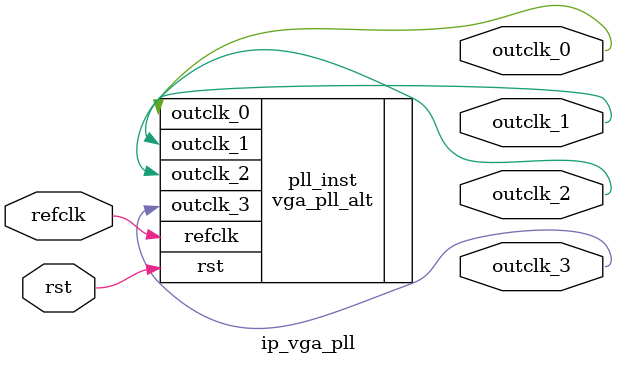
<source format=sv>
module ip_vga_pll(
    input wire refclk,
    input wire rst,
    output wire outclk_0, outclk_1, outclk_2, outclk_3
);

    vga_pll_alt pll_inst (
		.refclk   (refclk),   //  refclk.clk
		.rst      (rst),      //   reset.reset
		.outclk_0 (outclk_0), // outclk0.clk
		.outclk_1 (outclk_1), // outclk1.clk
		.outclk_2 (outclk_2), // outclk2.clk
		.outclk_3 (outclk_3), // outclk3.clk
	);
    
endmodule
</source>
